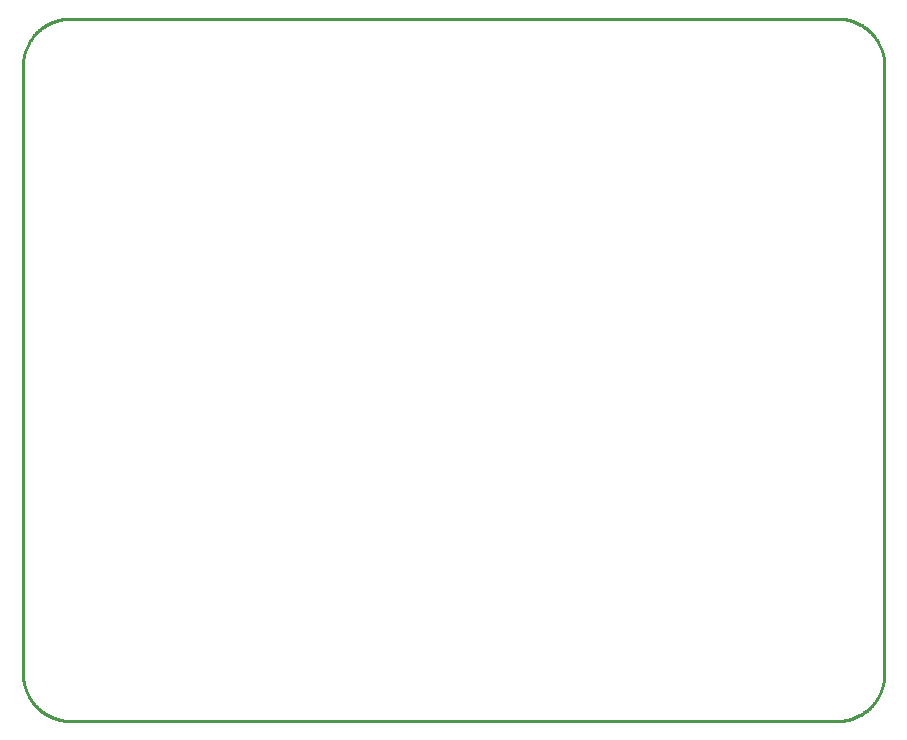
<source format=gko>
*%FSLAX23Y23*%
*%MOIN*%
G01*
%ADD11C,0.001*%
%ADD12C,0.006*%
%ADD13C,0.007*%
%ADD14C,0.007*%
%ADD15C,0.008*%
%ADD16C,0.010*%
%ADD17C,0.012*%
%ADD18C,0.015*%
%ADD19C,0.020*%
%ADD20C,0.030*%
%ADD21C,0.040*%
%ADD22C,0.048*%
%ADD23C,0.060*%
%ADD24C,0.068*%
%ADD25C,0.070*%
%ADD26C,0.080*%
%ADD27C,0.088*%
%ADD28C,0.120*%
%ADD29C,0.140*%
%ADD30C,0.148*%
%ADD31C,0.180*%
%ADD32R,0.005X0.005*%
%ADD33R,0.009X0.009*%
%ADD34R,0.010X0.010*%
%ADD35R,0.015X0.015*%
%ADD36R,0.019X0.019*%
%ADD37R,0.020X0.020*%
%ADD38R,0.025X0.025*%
%ADD39R,0.029X0.029*%
%ADD40R,0.030X0.030*%
%ADD41R,0.030X0.030*%
%ADD42R,0.034X0.034*%
%ADD43R,0.035X0.035*%
%ADD44R,0.035X0.035*%
%ADD45R,0.035X0.050*%
%ADD46R,0.038X0.038*%
%ADD47R,0.039X0.039*%
%ADD48R,0.040X0.040*%
%ADD49R,0.043X0.043*%
%ADD50R,0.043X0.058*%
%ADD51R,0.045X0.045*%
%ADD52R,0.049X0.049*%
%ADD53R,0.050X0.035*%
%ADD54R,0.050X0.050*%
%ADD55R,0.055X0.055*%
%ADD56R,0.058X0.043*%
%ADD57R,0.059X0.059*%
%ADD58R,0.060X0.050*%
%ADD59R,0.060X0.060*%
%ADD60R,0.060X0.060*%
%ADD61R,0.065X0.065*%
%ADD62R,0.068X0.058*%
%ADD63R,0.068X0.068*%
%ADD64R,0.070X0.070*%
%ADD65R,0.075X0.075*%
%ADD66R,0.079X0.079*%
%ADD67R,0.080X0.080*%
%ADD68R,0.085X0.085*%
%ADD69R,0.090X0.090*%
%ADD70R,0.095X0.095*%
%ADD71R,0.105X0.105*%
%ADD72R,0.115X0.115*%
%ADD73R,0.120X0.120*%
%ADD74R,0.125X0.125*%
%ADD75R,0.140X0.140*%
%ADD76R,0.155X0.155*%
%ADD77R,0.185X0.185*%
D16*
X8755Y9097D02*
X11320D01*
X11315Y6757D02*
X8755D01*
X8600Y6912D02*
Y8942D01*
X11470Y8942D02*
Y6912D01*
X11470Y6909D01*
X11470Y6905D01*
X11470Y6902D01*
X11469Y6898D01*
X11469Y6895D01*
X11469Y6892D01*
X11468Y6888D01*
X11468Y6885D01*
X11467Y6882D01*
X11466Y6878D01*
X11466Y6875D01*
X11465Y6872D01*
X11464Y6869D01*
X11463Y6865D01*
X11462Y6862D01*
X11461Y6859D01*
X11459Y6856D01*
X11458Y6853D01*
X11457Y6850D01*
X11455Y6846D01*
X11454Y6843D01*
X11452Y6840D01*
X11451Y6837D01*
X11449Y6834D01*
X11448Y6832D01*
X11446Y6829D01*
X11444Y6826D01*
X11442Y6823D01*
X11440Y6820D01*
X11438Y6818D01*
X11436Y6815D01*
X11434Y6812D01*
X11432Y6810D01*
X11429Y6807D01*
X11427Y6805D01*
X11425Y6802D01*
X11422Y6800D01*
X11420Y6798D01*
X11417Y6795D01*
X11415Y6793D01*
X11412Y6791D01*
X11409Y6789D01*
X11407Y6787D01*
X11404Y6785D01*
X11401Y6783D01*
X11398Y6781D01*
X11395Y6779D01*
X11392Y6778D01*
X11390Y6776D01*
X11387Y6775D01*
X11384Y6773D01*
X11381Y6772D01*
X11377Y6770D01*
X11374Y6769D01*
X11371Y6768D01*
X11368Y6766D01*
X11365Y6765D01*
X11362Y6764D01*
X11358Y6763D01*
X11355Y6762D01*
X11352Y6761D01*
X11349Y6761D01*
X11345Y6760D01*
X11342Y6759D01*
X11339Y6759D01*
X11335Y6758D01*
X11332Y6758D01*
X11329Y6758D01*
X11325Y6757D01*
X11322Y6757D01*
X11318Y6757D01*
X11315Y6757D01*
X8755D02*
X8752Y6757D01*
X8748Y6757D01*
X8745Y6757D01*
X8741Y6758D01*
X8738Y6758D01*
X8735Y6758D01*
X8731Y6759D01*
X8728Y6759D01*
X8725Y6760D01*
X8721Y6761D01*
X8718Y6761D01*
X8715Y6762D01*
X8712Y6763D01*
X8708Y6764D01*
X8705Y6765D01*
X8702Y6766D01*
X8699Y6768D01*
X8696Y6769D01*
X8693Y6770D01*
X8689Y6772D01*
X8686Y6773D01*
X8683Y6775D01*
X8680Y6776D01*
X8678Y6778D01*
X8675Y6779D01*
X8672Y6781D01*
X8669Y6783D01*
X8666Y6785D01*
X8663Y6787D01*
X8661Y6789D01*
X8658Y6791D01*
X8655Y6793D01*
X8653Y6795D01*
X8650Y6798D01*
X8648Y6800D01*
X8645Y6802D01*
X8643Y6805D01*
X8641Y6807D01*
X8638Y6810D01*
X8636Y6812D01*
X8634Y6815D01*
X8632Y6818D01*
X8630Y6820D01*
X8628Y6823D01*
X8626Y6826D01*
X8624Y6829D01*
X8622Y6832D01*
X8621Y6834D01*
X8619Y6837D01*
X8618Y6840D01*
X8616Y6843D01*
X8615Y6846D01*
X8613Y6850D01*
X8612Y6853D01*
X8611Y6856D01*
X8609Y6859D01*
X8608Y6862D01*
X8607Y6865D01*
X8606Y6869D01*
X8605Y6872D01*
X8604Y6875D01*
X8604Y6878D01*
X8603Y6882D01*
X8602Y6885D01*
X8602Y6888D01*
X8601Y6892D01*
X8601Y6895D01*
X8601Y6898D01*
X8600Y6902D01*
X8600Y6905D01*
X8600Y6909D01*
X8600Y6912D01*
X11315Y9097D02*
X11318Y9097D01*
X11322Y9097D01*
X11325Y9097D01*
X11329Y9096D01*
X11332Y9096D01*
X11335Y9096D01*
X11339Y9095D01*
X11342Y9095D01*
X11345Y9094D01*
X11349Y9093D01*
X11352Y9093D01*
X11355Y9092D01*
X11358Y9091D01*
X11362Y9090D01*
X11365Y9089D01*
X11368Y9088D01*
X11371Y9086D01*
X11374Y9085D01*
X11377Y9084D01*
X11381Y9082D01*
X11384Y9081D01*
X11387Y9079D01*
X11390Y9078D01*
X11392Y9076D01*
X11395Y9075D01*
X11398Y9073D01*
X11401Y9071D01*
X11404Y9069D01*
X11407Y9067D01*
X11409Y9065D01*
X11412Y9063D01*
X11415Y9061D01*
X11417Y9059D01*
X11420Y9056D01*
X11422Y9054D01*
X11425Y9052D01*
X11427Y9049D01*
X11429Y9047D01*
X11432Y9044D01*
X11434Y9042D01*
X11436Y9039D01*
X11438Y9036D01*
X11440Y9034D01*
X11442Y9031D01*
X11444Y9028D01*
X11446Y9025D01*
X11448Y9022D01*
X11449Y9020D01*
X11451Y9017D01*
X11452Y9014D01*
X11454Y9011D01*
X11455Y9008D01*
X11457Y9004D01*
X11458Y9001D01*
X11459Y8998D01*
X11461Y8995D01*
X11462Y8992D01*
X11463Y8989D01*
X11464Y8985D01*
X11465Y8982D01*
X11466Y8979D01*
X11466Y8976D01*
X11467Y8972D01*
X11468Y8969D01*
X11468Y8966D01*
X11469Y8962D01*
X11469Y8959D01*
X11469Y8956D01*
X11470Y8952D01*
X11470Y8949D01*
X11470Y8945D01*
X11470Y8942D01*
X8755Y9097D02*
X8752Y9097D01*
X8748Y9097D01*
X8745Y9097D01*
X8741Y9096D01*
X8738Y9096D01*
X8735Y9096D01*
X8731Y9095D01*
X8728Y9095D01*
X8725Y9094D01*
X8721Y9093D01*
X8718Y9093D01*
X8715Y9092D01*
X8712Y9091D01*
X8708Y9090D01*
X8705Y9089D01*
X8702Y9088D01*
X8699Y9086D01*
X8696Y9085D01*
X8693Y9084D01*
X8689Y9082D01*
X8686Y9081D01*
X8683Y9079D01*
X8680Y9078D01*
X8678Y9076D01*
X8675Y9075D01*
X8672Y9073D01*
X8669Y9071D01*
X8666Y9069D01*
X8663Y9067D01*
X8661Y9065D01*
X8658Y9063D01*
X8655Y9061D01*
X8653Y9059D01*
X8650Y9056D01*
X8648Y9054D01*
X8645Y9052D01*
X8643Y9049D01*
X8641Y9047D01*
X8638Y9044D01*
X8636Y9042D01*
X8634Y9039D01*
X8632Y9036D01*
X8630Y9034D01*
X8628Y9031D01*
X8626Y9028D01*
X8624Y9025D01*
X8622Y9022D01*
X8621Y9020D01*
X8619Y9017D01*
X8618Y9014D01*
X8616Y9011D01*
X8615Y9008D01*
X8613Y9004D01*
X8612Y9001D01*
X8611Y8998D01*
X8609Y8995D01*
X8608Y8992D01*
X8607Y8989D01*
X8606Y8985D01*
X8605Y8982D01*
X8604Y8979D01*
X8604Y8976D01*
X8603Y8972D01*
X8602Y8969D01*
X8602Y8966D01*
X8601Y8962D01*
X8601Y8959D01*
X8601Y8956D01*
X8600Y8952D01*
X8600Y8949D01*
X8600Y8945D01*
X8600Y8942D01*
D02*
M02*

</source>
